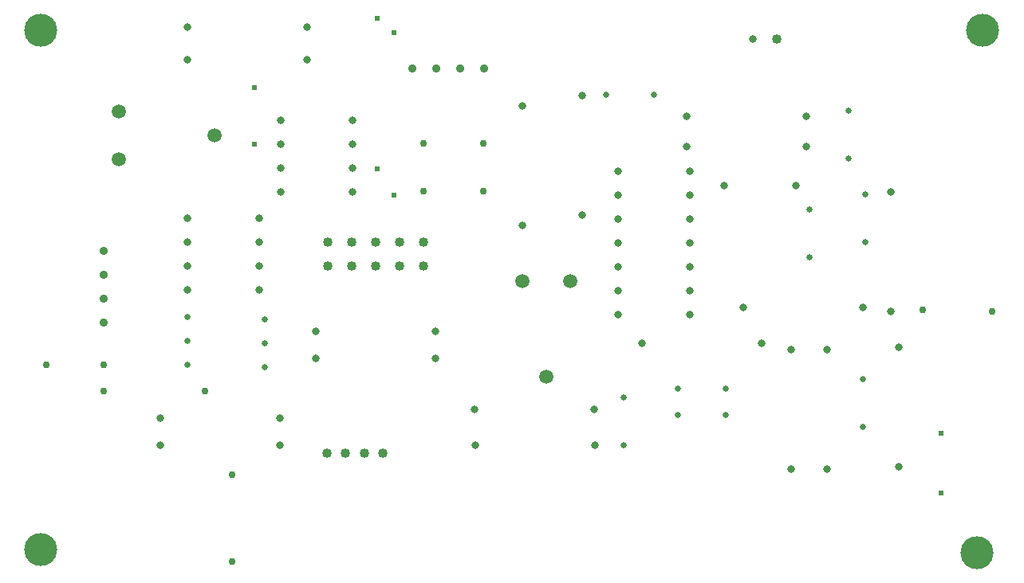
<source format=gbr>
G04 DesignSpark PCB Gerber Version 11.0 Build 5877*
%FSLAX34Y34*%
%MOIN*%
%ADD25C,0.02400*%
%ADD29C,0.02500*%
%ADD24C,0.03000*%
%ADD72C,0.03150*%
%ADD28C,0.03200*%
%ADD74C,0.03583*%
%ADD27C,0.04000*%
%ADD73C,0.05906*%
%ADD26C,0.13780*%
X0Y0D02*
D02*
D24*
X2131Y9775D03*
X4525Y8650D03*
Y9775D03*
X8775Y8650D03*
X9900Y1525D03*
Y5150D03*
X17900Y17025D03*
Y19025D03*
X20400Y17025D03*
Y19025D03*
X38775Y12050D03*
X41650Y12000D03*
D02*
D25*
X10825Y19000D03*
Y21350D03*
X15975Y17950D03*
Y24250D03*
X16675Y16850D03*
Y23650D03*
X39525Y4400D03*
Y6900D03*
D02*
D26*
X1900Y2025D03*
Y23775D03*
X41025Y1900D03*
X41275Y23775D03*
D02*
D27*
X13844Y6064D03*
X13900Y13900D03*
Y14900D03*
X14631Y6064D03*
X14900Y13900D03*
Y14900D03*
X15419Y6064D03*
X15900Y13900D03*
Y14900D03*
X16206Y6064D03*
X16900Y13900D03*
Y14900D03*
X17900Y13900D03*
Y14900D03*
X32650Y23400D03*
D02*
D28*
X8025Y12900D03*
Y13900D03*
Y14900D03*
Y15900D03*
X11025Y12900D03*
Y13900D03*
Y14900D03*
Y15900D03*
X11925Y17000D03*
Y18000D03*
Y19000D03*
Y20000D03*
X14925Y17000D03*
Y18000D03*
Y19000D03*
Y20000D03*
X26025Y11850D03*
Y12850D03*
Y13850D03*
Y14850D03*
Y15850D03*
Y16850D03*
Y17850D03*
X29025Y11850D03*
Y12850D03*
Y13850D03*
Y14850D03*
Y15850D03*
Y16850D03*
Y17850D03*
X30475Y17250D03*
X31650Y23400D03*
X33475Y17250D03*
D02*
D29*
X8025Y9750D03*
Y10750D03*
Y11750D03*
X11275Y9650D03*
Y10650D03*
Y11650D03*
X25525Y21050D03*
X26275Y6400D03*
Y8400D03*
X27525Y21050D03*
X28525Y7650D03*
Y8775D03*
X30525Y7650D03*
Y8775D03*
X34025Y14275D03*
Y16275D03*
X35650Y18400D03*
Y20400D03*
X36275Y7150D03*
Y9150D03*
X36375Y14900D03*
Y16900D03*
D02*
D72*
X6900Y6400D03*
Y7525D03*
X8025Y22525D03*
Y23900D03*
X11900Y6400D03*
Y7525D03*
X13025Y22525D03*
Y23900D03*
X13400Y10025D03*
Y11150D03*
X18400Y10025D03*
Y11150D03*
X20025Y7900D03*
X20075Y6400D03*
X22025Y15600D03*
Y20600D03*
X24525Y16025D03*
Y21025D03*
X25025Y7900D03*
X25075Y6400D03*
X27025Y10650D03*
X28900Y18900D03*
Y20150D03*
X31275Y12150D03*
X32025Y10650D03*
X33275Y5400D03*
Y10400D03*
X33900Y18900D03*
Y20150D03*
X34775Y5400D03*
Y10400D03*
X36275Y12150D03*
X37425Y12000D03*
Y17000D03*
X37775Y5500D03*
Y10500D03*
D02*
D73*
X5175Y18350D03*
Y20350D03*
X9175Y19350D03*
X22025Y13275D03*
X23025Y9275D03*
X24025Y13275D03*
D02*
D74*
X4525Y11525D03*
Y12525D03*
Y13525D03*
Y14525D03*
X17425Y22150D03*
X18425D03*
X19425D03*
X20425D03*
X0Y0D02*
M02*

</source>
